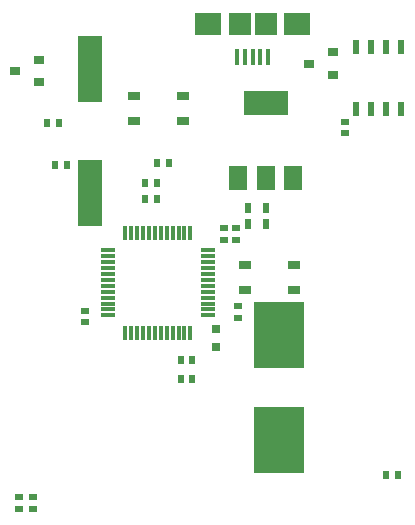
<source format=gtp>
G04 (created by PCBNEW (25-Oct-2014 BZR 4029)-stable) date Tue 06 Oct 2015 06:54:11 PM EDT*
%MOIN*%
G04 Gerber Fmt 3.4, Leading zero omitted, Abs format*
%FSLAX34Y34*%
G01*
G70*
G90*
G04 APERTURE LIST*
%ADD10C,0.00590551*%
%ADD11R,0.023622X0.0511811*%
%ADD12R,0.0118118X0.0472449*%
%ADD13R,0.0472449X0.0118118*%
%ADD14R,0.0413386X0.0255906*%
%ADD15R,0.0590551X0.0787402*%
%ADD16R,0.149606X0.0787402*%
%ADD17R,0.0748031X0.0748031*%
%ADD18R,0.0905512X0.0748031*%
%ADD19R,0.015748X0.0551181*%
%ADD20R,0.0354331X0.0314961*%
%ADD21R,0.0314961X0.0314961*%
%ADD22R,0.0275591X0.023622*%
%ADD23R,0.023622X0.0275591*%
%ADD24R,0.023622X0.0354331*%
%ADD25R,0.169213X0.220394*%
%ADD26R,0.169291X0.220472*%
%ADD27R,0.0826772X0.220472*%
G04 APERTURE END LIST*
G54D10*
G54D11*
X81864Y-40846D03*
X82364Y-40846D03*
X81364Y-40846D03*
X80864Y-40846D03*
X80864Y-42933D03*
X81364Y-42933D03*
X81864Y-42933D03*
X82364Y-42933D03*
G54D12*
X75326Y-47051D03*
X75129Y-47051D03*
X74933Y-47051D03*
X74736Y-47051D03*
X74539Y-47051D03*
X74342Y-47051D03*
X74145Y-47051D03*
X73948Y-47051D03*
X73751Y-47051D03*
X73555Y-47051D03*
X73358Y-47051D03*
X73161Y-47051D03*
X73161Y-50397D03*
X73358Y-50397D03*
X73555Y-50397D03*
X73751Y-50397D03*
X73948Y-50397D03*
X74145Y-50397D03*
X74342Y-50397D03*
X74539Y-50397D03*
X74736Y-50397D03*
X74933Y-50397D03*
X75129Y-50397D03*
X75326Y-50397D03*
G54D13*
X72570Y-47641D03*
X72570Y-47838D03*
X72570Y-48035D03*
X72570Y-48232D03*
X72570Y-48429D03*
X72570Y-48625D03*
X72570Y-48822D03*
X72570Y-49019D03*
X72570Y-49216D03*
X72570Y-49413D03*
X72570Y-49610D03*
X72570Y-49807D03*
X75917Y-49807D03*
X75917Y-49610D03*
X75917Y-49413D03*
X75917Y-49216D03*
X75917Y-49019D03*
X75917Y-48822D03*
X75917Y-48625D03*
X75917Y-48429D03*
X75917Y-48232D03*
X75917Y-48035D03*
X75917Y-47838D03*
X75917Y-47641D03*
G54D14*
X73435Y-43336D03*
X73435Y-42490D03*
X75068Y-43336D03*
X75068Y-42490D03*
X78769Y-48120D03*
X78769Y-48966D03*
X77135Y-48120D03*
X77135Y-48966D03*
G54D15*
X76929Y-45216D03*
X77834Y-45216D03*
X78740Y-45216D03*
G54D16*
X77834Y-42736D03*
G54D17*
X77834Y-40078D03*
X76968Y-40078D03*
G54D18*
X78877Y-40078D03*
X75925Y-40078D03*
G54D19*
X77401Y-41200D03*
X77657Y-41200D03*
X77913Y-41200D03*
X77145Y-41200D03*
X76889Y-41200D03*
G54D20*
X79291Y-41417D03*
X80078Y-41043D03*
X80078Y-41791D03*
X69488Y-41653D03*
X70275Y-41279D03*
X70275Y-42027D03*
G54D21*
X76181Y-50255D03*
X76181Y-50846D03*
G54D22*
X70078Y-56259D03*
X70078Y-55866D03*
X69606Y-56259D03*
X69606Y-55866D03*
X76929Y-49488D03*
X76929Y-49881D03*
G54D23*
X75000Y-51929D03*
X75393Y-51929D03*
X75000Y-51299D03*
X75393Y-51299D03*
G54D22*
X71811Y-49645D03*
X71811Y-50039D03*
G54D23*
X73818Y-45944D03*
X74212Y-45944D03*
X73818Y-45393D03*
X74212Y-45393D03*
X74606Y-44724D03*
X74212Y-44724D03*
G54D22*
X76850Y-46889D03*
X76850Y-47283D03*
X76456Y-46889D03*
X76456Y-47283D03*
G54D23*
X81850Y-55118D03*
X82244Y-55118D03*
G54D22*
X80472Y-43346D03*
X80472Y-43740D03*
G54D24*
X77854Y-46220D03*
X77263Y-46220D03*
X77854Y-46771D03*
X77263Y-46771D03*
G54D25*
X78267Y-53956D03*
G54D26*
X78267Y-50452D03*
G54D27*
X71968Y-41594D03*
X71968Y-45728D03*
G54D23*
X70826Y-44803D03*
X71220Y-44803D03*
X70551Y-43385D03*
X70944Y-43385D03*
M02*

</source>
